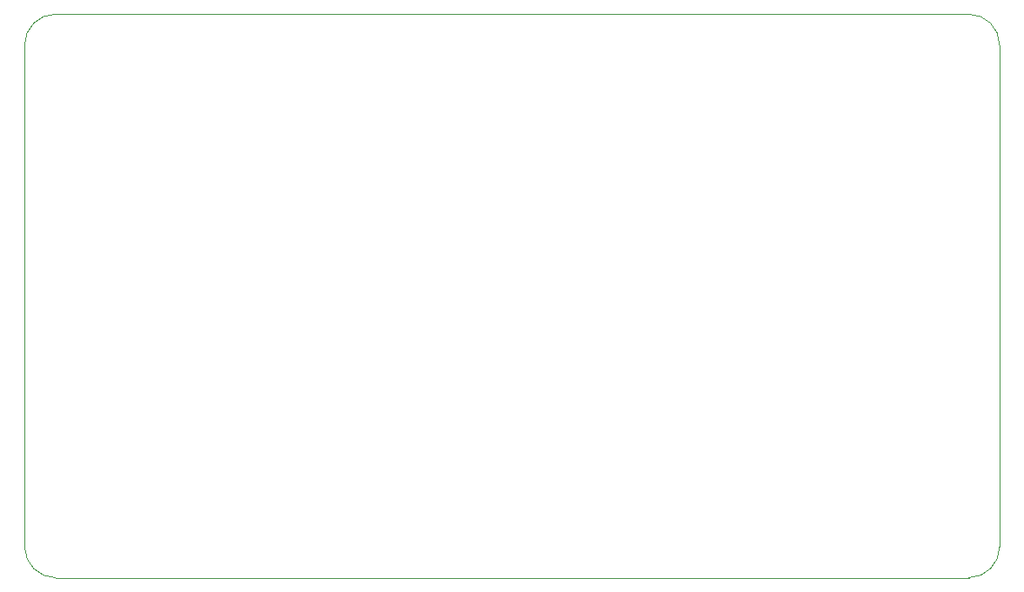
<source format=gbr>
%TF.GenerationSoftware,KiCad,Pcbnew,9.0.0*%
%TF.CreationDate,2025-03-25T20:24:53+01:00*%
%TF.ProjectId,YAHA,59414841-2e6b-4696-9361-645f70636258,rev?*%
%TF.SameCoordinates,Original*%
%TF.FileFunction,Profile,NP*%
%FSLAX46Y46*%
G04 Gerber Fmt 4.6, Leading zero omitted, Abs format (unit mm)*
G04 Created by KiCad (PCBNEW 9.0.0) date 2025-03-25 20:24:53*
%MOMM*%
%LPD*%
G01*
G04 APERTURE LIST*
%TA.AperFunction,Profile*%
%ADD10C,0.050000*%
%TD*%
G04 APERTURE END LIST*
D10*
X194800000Y-151800000D02*
G75*
G02*
X191800000Y-154800000I-3000000J0D01*
G01*
X191800000Y-100000000D02*
G75*
G02*
X194800000Y-103000000I0J-3000000D01*
G01*
X103000000Y-154800000D02*
G75*
G02*
X100000000Y-151800000I0J3000000D01*
G01*
X191800000Y-154800000D02*
X103000000Y-154800000D01*
X100000000Y-103000000D02*
G75*
G02*
X103000000Y-100000000I3000000J0D01*
G01*
X103000000Y-100000000D02*
X191800000Y-100000000D01*
X100000000Y-151800000D02*
X100000000Y-103000000D01*
X194800000Y-103000000D02*
X194800000Y-151800000D01*
M02*

</source>
